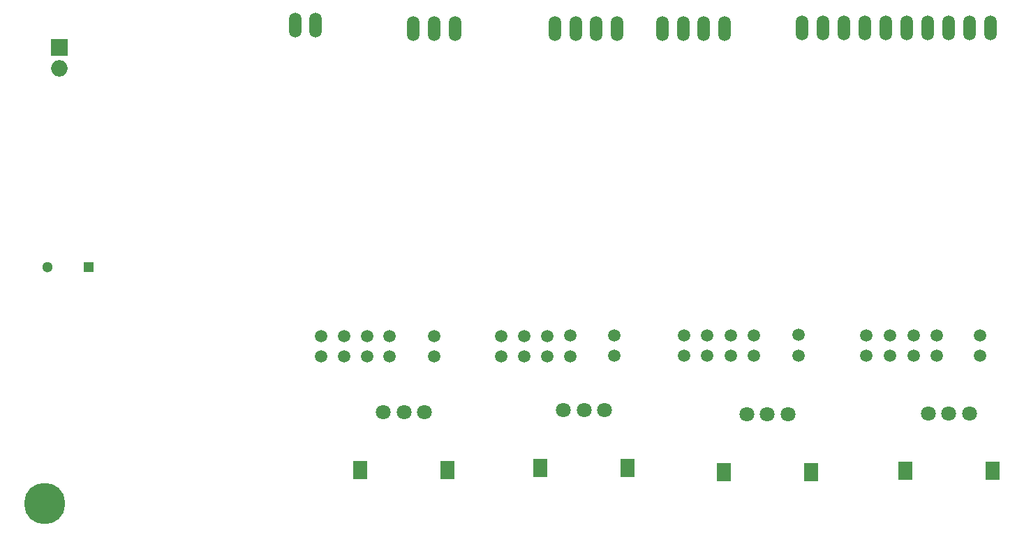
<source format=gbs>
G04 #@! TF.FileFunction,Soldermask,Bot*
%FSLAX46Y46*%
G04 Gerber Fmt 4.6, Leading zero omitted, Abs format (unit mm)*
G04 Created by KiCad (PCBNEW 4.0.2-stable) date 08/07/2016 16:35:56*
%MOMM*%
G01*
G04 APERTURE LIST*
%ADD10C,0.100000*%
%ADD11R,1.300000X1.300000*%
%ADD12C,1.300000*%
%ADD13O,1.998980X1.998980*%
%ADD14R,1.998980X1.998980*%
%ADD15C,1.800000*%
%ADD16R,1.800000X2.200000*%
%ADD17C,1.506220*%
%ADD18O,1.506220X3.014980*%
%ADD19C,5.000000*%
G04 APERTURE END LIST*
D10*
D11*
X98640900Y-96443800D03*
D12*
X93640900Y-96443800D03*
D13*
X95046800Y-72301100D03*
D14*
X95046800Y-69761100D03*
D15*
X156211900Y-113777000D03*
X161211900Y-113777000D03*
D16*
X153411900Y-120777000D03*
X164011900Y-120777000D03*
D15*
X158711900Y-113777000D03*
X178449600Y-114285000D03*
X183449600Y-114285000D03*
D16*
X175649600Y-121285000D03*
X186249600Y-121285000D03*
D15*
X180949600Y-114285000D03*
X200458700Y-114158000D03*
X205458700Y-114158000D03*
D16*
X197658700Y-121158000D03*
X208258700Y-121158000D03*
D15*
X202958700Y-114158000D03*
X134367900Y-114005600D03*
X139367900Y-114005600D03*
D16*
X131567900Y-121005600D03*
X142167900Y-121005600D03*
D15*
X136867900Y-114005600D03*
D17*
X126868600Y-104786700D03*
X126868600Y-107286700D03*
X129618600Y-104786700D03*
X129618600Y-107286700D03*
X132398600Y-104786700D03*
X132398600Y-107286700D03*
X135138600Y-104786700D03*
X135138600Y-107286700D03*
X140578600Y-104786700D03*
X140578600Y-107286700D03*
X148675100Y-104781600D03*
X148675100Y-107281600D03*
X151475100Y-104781600D03*
X151475100Y-107281600D03*
X154265100Y-104781600D03*
X154265100Y-107281600D03*
X157065100Y-104731600D03*
X157065100Y-107231600D03*
X162425100Y-104671600D03*
X162425100Y-107171600D03*
X170842400Y-104668600D03*
X170842400Y-107168600D03*
X173662400Y-104668600D03*
X173662400Y-107168600D03*
X176512400Y-104668600D03*
X176512400Y-107168600D03*
X179332400Y-104668600D03*
X179332400Y-107168600D03*
X184772400Y-104658600D03*
X184772400Y-107158600D03*
X192989200Y-104673400D03*
X192989200Y-107173400D03*
X195834000Y-104673400D03*
X195834000Y-107173400D03*
X198678800Y-104673400D03*
X198678800Y-107173400D03*
X201523600Y-104673400D03*
X201523600Y-107173400D03*
X206768700Y-104673400D03*
X206768700Y-107173400D03*
D18*
X185172350Y-67341750D03*
X187712350Y-67341750D03*
X190212350Y-67341750D03*
X202952350Y-67341750D03*
X207992350Y-67341750D03*
X205452350Y-67341750D03*
X200412350Y-67341750D03*
X192792350Y-67341750D03*
X195332350Y-67341750D03*
X197832350Y-67341750D03*
X123685300Y-67056000D03*
X126185300Y-67056000D03*
X155221300Y-67462400D03*
X157721300Y-67462400D03*
X162761300Y-67462400D03*
X160221300Y-67462400D03*
X168238800Y-67462400D03*
X170738800Y-67462400D03*
X175778800Y-67462400D03*
X173238800Y-67462400D03*
X138010900Y-67411600D03*
X143090900Y-67411600D03*
X140550900Y-67411600D03*
D19*
X93345500Y-125121600D03*
M02*

</source>
